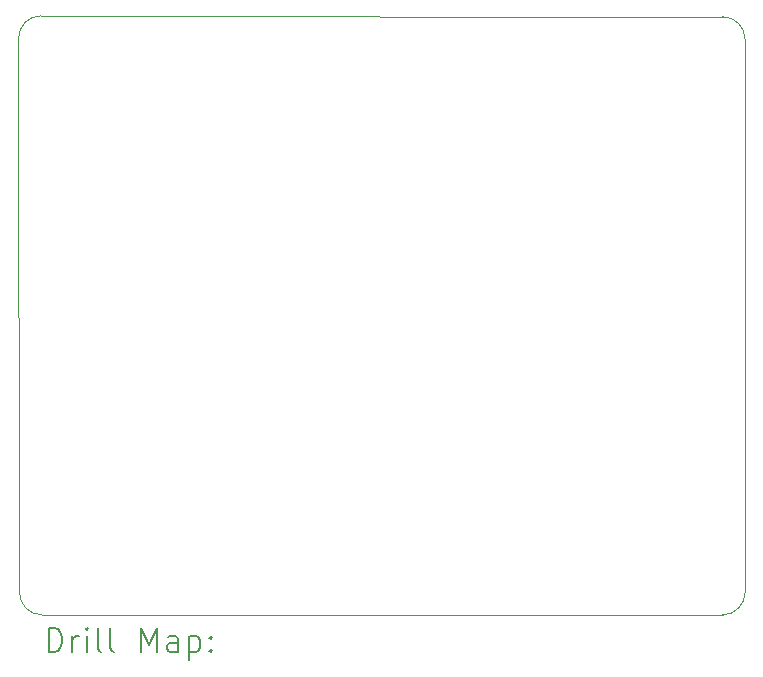
<source format=gbr>
%FSLAX45Y45*%
G04 Gerber Fmt 4.5, Leading zero omitted, Abs format (unit mm)*
G04 Created by KiCad (PCBNEW (6.0.6)) date 2022-08-31 17:59:32*
%MOMM*%
%LPD*%
G01*
G04 APERTURE LIST*
%TA.AperFunction,Profile*%
%ADD10C,0.050000*%
%TD*%
%ADD11C,0.200000*%
G04 APERTURE END LIST*
D10*
X22090296Y-7564204D02*
G75*
G03*
X21899796Y-7373704I-190500J0D01*
G01*
X21899796Y-12438296D02*
G75*
G03*
X22090296Y-12247796I0J190500D01*
G01*
X15946204Y-12247796D02*
G75*
G03*
X16136704Y-12438296I190500J0D01*
G01*
X16129000Y-7366000D02*
G75*
G03*
X15938500Y-7556500I0J-190500D01*
G01*
X15946204Y-12247796D02*
X15938500Y-7556500D01*
X22090296Y-7564204D02*
X22090296Y-12247796D01*
X16136704Y-12438296D02*
X21899796Y-12438296D01*
X16129000Y-7366000D02*
X21899796Y-7373704D01*
D11*
X16193619Y-12751272D02*
X16193619Y-12551272D01*
X16241238Y-12551272D01*
X16269809Y-12560796D01*
X16288857Y-12579844D01*
X16298381Y-12598891D01*
X16307905Y-12636987D01*
X16307905Y-12665558D01*
X16298381Y-12703653D01*
X16288857Y-12722701D01*
X16269809Y-12741748D01*
X16241238Y-12751272D01*
X16193619Y-12751272D01*
X16393619Y-12751272D02*
X16393619Y-12617939D01*
X16393619Y-12656034D02*
X16403143Y-12636987D01*
X16412667Y-12627463D01*
X16431714Y-12617939D01*
X16450762Y-12617939D01*
X16517428Y-12751272D02*
X16517428Y-12617939D01*
X16517428Y-12551272D02*
X16507905Y-12560796D01*
X16517428Y-12570320D01*
X16526952Y-12560796D01*
X16517428Y-12551272D01*
X16517428Y-12570320D01*
X16641238Y-12751272D02*
X16622190Y-12741748D01*
X16612667Y-12722701D01*
X16612667Y-12551272D01*
X16746000Y-12751272D02*
X16726952Y-12741748D01*
X16717428Y-12722701D01*
X16717428Y-12551272D01*
X16974571Y-12751272D02*
X16974571Y-12551272D01*
X17041238Y-12694129D01*
X17107905Y-12551272D01*
X17107905Y-12751272D01*
X17288857Y-12751272D02*
X17288857Y-12646510D01*
X17279333Y-12627463D01*
X17260286Y-12617939D01*
X17222190Y-12617939D01*
X17203143Y-12627463D01*
X17288857Y-12741748D02*
X17269810Y-12751272D01*
X17222190Y-12751272D01*
X17203143Y-12741748D01*
X17193619Y-12722701D01*
X17193619Y-12703653D01*
X17203143Y-12684606D01*
X17222190Y-12675082D01*
X17269810Y-12675082D01*
X17288857Y-12665558D01*
X17384095Y-12617939D02*
X17384095Y-12817939D01*
X17384095Y-12627463D02*
X17403143Y-12617939D01*
X17441238Y-12617939D01*
X17460286Y-12627463D01*
X17469810Y-12636987D01*
X17479333Y-12656034D01*
X17479333Y-12713177D01*
X17469810Y-12732225D01*
X17460286Y-12741748D01*
X17441238Y-12751272D01*
X17403143Y-12751272D01*
X17384095Y-12741748D01*
X17565048Y-12732225D02*
X17574571Y-12741748D01*
X17565048Y-12751272D01*
X17555524Y-12741748D01*
X17565048Y-12732225D01*
X17565048Y-12751272D01*
X17565048Y-12627463D02*
X17574571Y-12636987D01*
X17565048Y-12646510D01*
X17555524Y-12636987D01*
X17565048Y-12627463D01*
X17565048Y-12646510D01*
M02*

</source>
